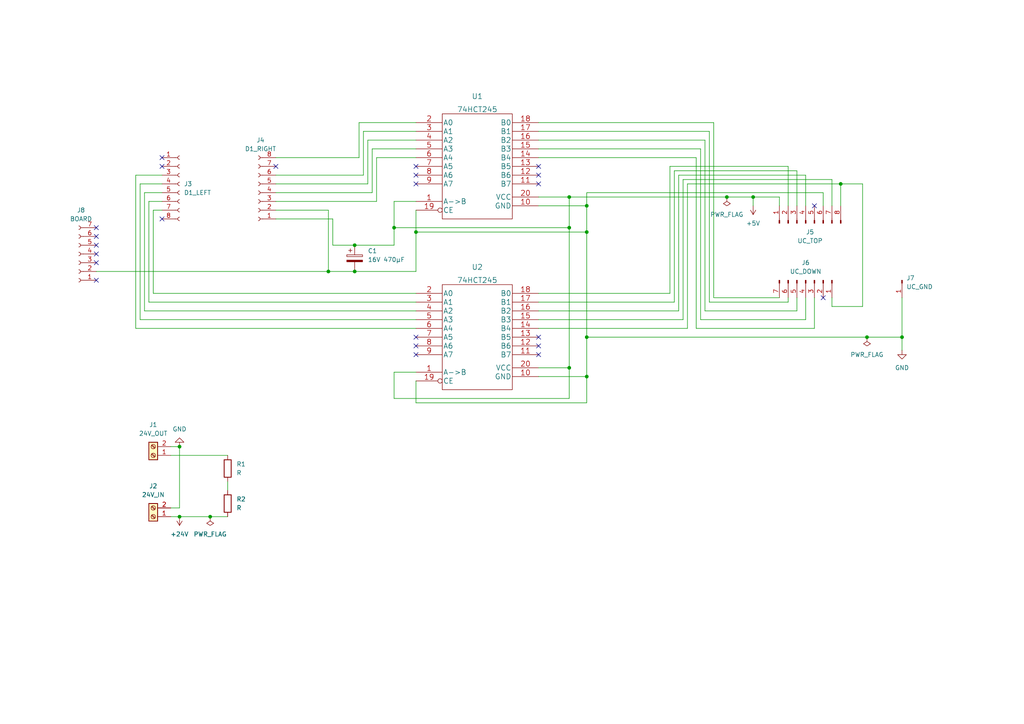
<source format=kicad_sch>
(kicad_sch (version 20211123) (generator eeschema)
  (paper "A4")
  (lib_symbols
    (symbol "Connector:Conn_01x01_Male" (pin_names (offset 1.016) hide)
      (property "Reference" "J" (at 0 2.54 0))
      (property "Value" "Conn_01x01_Male" (at 0 -2.54 0))
      (symbol "Conn_01x01_Male_1_1"
        (polyline (pts (xy 1.27 0) (xy 0.8636 0)) (stroke (width 0.1524)))
        (rectangle (start 0.8636 0.127) (end 0 -0.127) (stroke (width 0.1524)) (fill (type outline)))
        (pin passive line (at 5.08 0 180) (length 3.81) (name "Pin_1") (number "1"))
      )
    )
    (symbol "Connector:Conn_01x07_Female" (pin_names (offset 1.016) hide)
      (property "Reference" "J" (at 0 10.16 0))
      (property "Value" "Conn_01x07_Female" (at 0 -10.16 0))
      (symbol "Conn_01x07_Female_1_1"
        (arc (start 0 -7.112) (mid -0.508 -7.62) (end 0 -8.128) (stroke (width 0.1524)))
        (arc (start 0 -4.572) (mid -0.508 -5.08) (end 0 -5.588) (stroke (width 0.1524)))
        (arc (start 0 -2.032) (mid -0.508 -2.54) (end 0 -3.048) (stroke (width 0.1524)))
        (polyline (pts (xy -1.27 -7.62) (xy -0.508 -7.62)) (stroke (width 0.1524)))
        (polyline (pts (xy -1.27 -5.08) (xy -0.508 -5.08)) (stroke (width 0.1524)))
        (polyline (pts (xy -1.27 -2.54) (xy -0.508 -2.54)) (stroke (width 0.1524)))
        (polyline (pts (xy -1.27 0) (xy -0.508 0)) (stroke (width 0.1524)))
        (polyline (pts (xy -1.27 2.54) (xy -0.508 2.54)) (stroke (width 0.1524)))
        (polyline (pts (xy -1.27 5.08) (xy -0.508 5.08)) (stroke (width 0.1524)))
        (polyline (pts (xy -1.27 7.62) (xy -0.508 7.62)) (stroke (width 0.1524)))
        (arc (start 0 0.508) (mid -0.508 0) (end 0 -0.508) (stroke (width 0.1524)))
        (arc (start 0 3.048) (mid -0.508 2.54) (end 0 2.032) (stroke (width 0.1524)))
        (arc (start 0 5.588) (mid -0.508 5.08) (end 0 4.572) (stroke (width 0.1524)))
        (arc (start 0 8.128) (mid -0.508 7.62) (end 0 7.112) (stroke (width 0.1524)))
        (pin passive line (at -5.08 7.62 0) (length 3.81) (name "Pin_1") (number "1"))
        (pin passive line (at -5.08 5.08 0) (length 3.81) (name "Pin_2") (number "2"))
        (pin passive line (at -5.08 2.54 0) (length 3.81) (name "Pin_3") (number "3"))
        (pin passive line (at -5.08 0 0) (length 3.81) (name "Pin_4") (number "4"))
        (pin passive line (at -5.08 -2.54 0) (length 3.81) (name "Pin_5") (number "5"))
        (pin passive line (at -5.08 -5.08 0) (length 3.81) (name "Pin_6") (number "6"))
        (pin passive line (at -5.08 -7.62 0) (length 3.81) (name "Pin_7") (number "7"))
      )
    )
    (symbol "Connector:Conn_01x07_Male" (pin_names (offset 1.016) hide)
      (property "Reference" "J" (at 0 10.16 0))
      (property "Value" "Conn_01x07_Male" (at 0 -10.16 0))
      (symbol "Conn_01x07_Male_1_1"
        (polyline (pts (xy 1.27 -7.62) (xy 0.8636 -7.62)) (stroke (width 0.1524)))
        (polyline (pts (xy 1.27 -5.08) (xy 0.8636 -5.08)) (stroke (width 0.1524)))
        (polyline (pts (xy 1.27 -2.54) (xy 0.8636 -2.54)) (stroke (width 0.1524)))
        (polyline (pts (xy 1.27 0) (xy 0.8636 0)) (stroke (width 0.1524)))
        (polyline (pts (xy 1.27 2.54) (xy 0.8636 2.54)) (stroke (width 0.1524)))
        (polyline (pts (xy 1.27 5.08) (xy 0.8636 5.08)) (stroke (width 0.1524)))
        (polyline (pts (xy 1.27 7.62) (xy 0.8636 7.62)) (stroke (width 0.1524)))
        (rectangle (start 0.8636 -7.493) (end 0 -7.747) (stroke (width 0.1524)) (fill (type outline)))
        (rectangle (start 0.8636 -4.953) (end 0 -5.207) (stroke (width 0.1524)) (fill (type outline)))
        (rectangle (start 0.8636 -2.413) (end 0 -2.667) (stroke (width 0.1524)) (fill (type outline)))
        (rectangle (start 0.8636 0.127) (end 0 -0.127) (stroke (width 0.1524)) (fill (type outline)))
        (rectangle (start 0.8636 2.667) (end 0 2.413) (stroke (width 0.1524)) (fill (type outline)))
        (rectangle (start 0.8636 5.207) (end 0 4.953) (stroke (width 0.1524)) (fill (type outline)))
        (rectangle (start 0.8636 7.747) (end 0 7.493) (stroke (width 0.1524)) (fill (type outline)))
        (pin passive line (at 5.08 7.62 180) (length 3.81) (name "Pin_1") (number "1"))
        (pin passive line (at 5.08 5.08 180) (length 3.81) (name "Pin_2") (number "2"))
        (pin passive line (at 5.08 2.54 180) (length 3.81) (name "Pin_3") (number "3"))
        (pin passive line (at 5.08 0 180) (length 3.81) (name "Pin_4") (number "4"))
        (pin passive line (at 5.08 -2.54 180) (length 3.81) (name "Pin_5") (number "5"))
        (pin passive line (at 5.08 -5.08 180) (length 3.81) (name "Pin_6") (number "6"))
        (pin passive line (at 5.08 -7.62 180) (length 3.81) (name "Pin_7") (number "7"))
      )
    )
    (symbol "Connector:Conn_01x08_Female" (pin_names (offset 1.016) hide)
      (property "Reference" "J" (at 0 10.16 0))
      (property "Value" "Conn_01x08_Female" (at 0 -12.7 0))
      (symbol "Conn_01x08_Female_1_1"
        (arc (start 0 -9.652) (mid -0.508 -10.16) (end 0 -10.668) (stroke (width 0.1524)))
        (arc (start 0 -7.112) (mid -0.508 -7.62) (end 0 -8.128) (stroke (width 0.1524)))
        (arc (start 0 -4.572) (mid -0.508 -5.08) (end 0 -5.588) (stroke (width 0.1524)))
        (arc (start 0 -2.032) (mid -0.508 -2.54) (end 0 -3.048) (stroke (width 0.1524)))
        (polyline (pts (xy -1.27 -10.16) (xy -0.508 -10.16)) (stroke (width 0.1524)))
        (polyline (pts (xy -1.27 -7.62) (xy -0.508 -7.62)) (stroke (width 0.1524)))
        (polyline (pts (xy -1.27 -5.08) (xy -0.508 -5.08)) (stroke (width 0.1524)))
        (polyline (pts (xy -1.27 -2.54) (xy -0.508 -2.54)) (stroke (width 0.1524)))
        (polyline (pts (xy -1.27 0) (xy -0.508 0)) (stroke (width 0.1524)))
        (polyline (pts (xy -1.27 2.54) (xy -0.508 2.54)) (stroke (width 0.1524)))
        (polyline (pts (xy -1.27 5.08) (xy -0.508 5.08)) (stroke (width 0.1524)))
        (polyline (pts (xy -1.27 7.62) (xy -0.508 7.62)) (stroke (width 0.1524)))
        (arc (start 0 0.508) (mid -0.508 0) (end 0 -0.508) (stroke (width 0.1524)))
        (arc (start 0 3.048) (mid -0.508 2.54) (end 0 2.032) (stroke (width 0.1524)))
        (arc (start 0 5.588) (mid -0.508 5.08) (end 0 4.572) (stroke (width 0.1524)))
        (arc (start 0 8.128) (mid -0.508 7.62) (end 0 7.112) (stroke (width 0.1524)))
        (pin passive line (at -5.08 7.62 0) (length 3.81) (name "Pin_1") (number "1"))
        (pin passive line (at -5.08 5.08 0) (length 3.81) (name "Pin_2") (number "2"))
        (pin passive line (at -5.08 2.54 0) (length 3.81) (name "Pin_3") (number "3"))
        (pin passive line (at -5.08 0 0) (length 3.81) (name "Pin_4") (number "4"))
        (pin passive line (at -5.08 -2.54 0) (length 3.81) (name "Pin_5") (number "5"))
        (pin passive line (at -5.08 -5.08 0) (length 3.81) (name "Pin_6") (number "6"))
        (pin passive line (at -5.08 -7.62 0) (length 3.81) (name "Pin_7") (number "7"))
        (pin passive line (at -5.08 -10.16 0) (length 3.81) (name "Pin_8") (number "8"))
      )
    )
    (symbol "Connector:Conn_01x08_Male" (pin_names (offset 1.016) hide)
      (property "Reference" "J" (at 0 10.16 0))
      (property "Value" "Conn_01x08_Male" (at 0 -12.7 0))
      (symbol "Conn_01x08_Male_1_1"
        (polyline (pts (xy 1.27 -10.16) (xy 0.8636 -10.16)) (stroke (width 0.1524)))
        (polyline (pts (xy 1.27 -7.62) (xy 0.8636 -7.62)) (stroke (width 0.1524)))
        (polyline (pts (xy 1.27 -5.08) (xy 0.8636 -5.08)) (stroke (width 0.1524)))
        (polyline (pts (xy 1.27 -2.54) (xy 0.8636 -2.54)) (stroke (width 0.1524)))
        (polyline (pts (xy 1.27 0) (xy 0.8636 0)) (stroke (width 0.1524)))
        (polyline (pts (xy 1.27 2.54) (xy 0.8636 2.54)) (stroke (width 0.1524)))
        (polyline (pts (xy 1.27 5.08) (xy 0.8636 5.08)) (stroke (width 0.1524)))
        (polyline (pts (xy 1.27 7.62) (xy 0.8636 7.62)) (stroke (width 0.1524)))
        (rectangle (start 0.8636 -10.033) (end 0 -10.287) (stroke (width 0.1524)) (fill (type outline)))
        (rectangle (start 0.8636 -7.493) (end 0 -7.747) (stroke (width 0.1524)) (fill (type outline)))
        (rectangle (start 0.8636 -4.953) (end 0 -5.207) (stroke (width 0.1524)) (fill (type outline)))
        (rectangle (start 0.8636 -2.413) (end 0 -2.667) (stroke (width 0.1524)) (fill (type outline)))
        (rectangle (start 0.8636 0.127) (end 0 -0.127) (stroke (width 0.1524)) (fill (type outline)))
        (rectangle (start 0.8636 2.667) (end 0 2.413) (stroke (width 0.1524)) (fill (type outline)))
        (rectangle (start 0.8636 5.207) (end 0 4.953) (stroke (width 0.1524)) (fill (type outline)))
        (rectangle (start 0.8636 7.747) (end 0 7.493) (stroke (width 0.1524)) (fill (type outline)))
        (pin passive line (at 5.08 7.62 180) (length 3.81) (name "Pin_1") (number "1"))
        (pin passive line (at 5.08 5.08 180) (length 3.81) (name "Pin_2") (number "2"))
        (pin passive line (at 5.08 2.54 180) (length 3.81) (name "Pin_3") (number "3"))
        (pin passive line (at 5.08 0 180) (length 3.81) (name "Pin_4") (number "4"))
        (pin passive line (at 5.08 -2.54 180) (length 3.81) (name "Pin_5") (number "5"))
        (pin passive line (at 5.08 -5.08 180) (length 3.81) (name "Pin_6") (number "6"))
        (pin passive line (at 5.08 -7.62 180) (length 3.81) (name "Pin_7") (number "7"))
        (pin passive line (at 5.08 -10.16 180) (length 3.81) (name "Pin_8") (number "8"))
      )
    )
    (symbol "Connector:Screw_Terminal_01x02" (pin_names (offset 1.016) hide)
      (property "Reference" "J" (at 0 2.54 0))
      (property "Value" "Screw_Terminal_01x02" (at 0 -5.08 0))
      (symbol "Screw_Terminal_01x02_1_1"
        (rectangle (start -1.27 1.27) (end 1.27 -3.81) (stroke (width 0.254)) (fill (type background)))
        (circle (center 0 -2.54) (radius 0.635) (stroke (width 0.1524)))
        (polyline (pts (xy -0.5334 -2.2098) (xy 0.3302 -3.048)) (stroke (width 0.1524)))
        (polyline (pts (xy -0.5334 0.3302) (xy 0.3302 -0.508)) (stroke (width 0.1524)))
        (polyline (pts (xy -0.3556 -2.032) (xy 0.508 -2.8702)) (stroke (width 0.1524)))
        (polyline (pts (xy -0.3556 0.508) (xy 0.508 -0.3302)) (stroke (width 0.1524)))
        (circle (center 0 0) (radius 0.635) (stroke (width 0.1524)))
        (pin passive line (at -5.08 0 0) (length 3.81) (name "Pin_1") (number "1"))
        (pin passive line (at -5.08 -2.54 0) (length 3.81) (name "Pin_2") (number "2"))
      )
    )
    (symbol "Device:C_Polarized" (pin_numbers hide) (pin_names (offset 0.254))
      (property "Reference" "C" (at 0.635 2.54 0))
      (property "Value" "C_Polarized" (at 0.635 -2.54 0))
      (symbol "C_Polarized_0_1"
        (rectangle (start -2.286 0.508) (end 2.286 1.016))
        (polyline (pts (xy -1.778 2.286) (xy -0.762 2.286)))
        (polyline (pts (xy -1.27 2.794) (xy -1.27 1.778)))
        (rectangle (start 2.286 -0.508) (end -2.286 -1.016) (fill (type outline)))
      )
      (symbol "C_Polarized_1_1"
        (pin passive line (at 0 3.81 270) (length 2.794) (name "~") (number "1"))
        (pin passive line (at 0 -3.81 90) (length 2.794) (name "~") (number "2"))
      )
    )
    (symbol "Device:R" (pin_numbers hide) (pin_names (offset 0))
      (property "Reference" "R" (at 2.032 0 90))
      (property "Value" "R" (at 0 0 90))
      (symbol "R_0_1"
        (rectangle (start -1.016 -2.54) (end 1.016 2.54) (stroke (width 0.254)))
      )
      (symbol "R_1_1"
        (pin passive line (at 0 3.81 270) (length 1.27) (name "~") (number "1"))
        (pin passive line (at 0 -3.81 90) (length 1.27) (name "~") (number "2"))
      )
    )
    (symbol "nalx-custom:74HCT245" (pin_names (offset 0.254))
      (property "Reference" "U" (at 0 12.7 0))
      (property "Value" "74HCT245" (at 0 0 90))
      (symbol "74HCT245_0_0"
        (pin power_in line (at 17.78 -11.43 180) (length 7.62) (name "GND") (number "10"))
        (pin power_in line (at 17.78 -8.89 180) (length 7.62) (name "VCC") (number "20"))
      )
      (symbol "74HCT245_0_1"
        (rectangle (start -10.16 15.24) (end 10.16 -15.24))
      )
      (symbol "74HCT245_1_1"
        (pin input line (at -17.78 -10.16 0) (length 7.62) (name "A->B") (number "1"))
        (pin tri_state line (at 17.78 -5.08 180) (length 7.62) (name "B7") (number "11"))
        (pin tri_state line (at 17.78 -2.54 180) (length 7.62) (name "B6") (number "12"))
        (pin tri_state line (at 17.78 0 180) (length 7.62) (name "B5") (number "13"))
        (pin tri_state line (at 17.78 2.54 180) (length 7.62) (name "B4") (number "14"))
        (pin tri_state line (at 17.78 5.08 180) (length 7.62) (name "B3") (number "15"))
        (pin tri_state line (at 17.78 7.62 180) (length 7.62) (name "B2") (number "16"))
        (pin tri_state line (at 17.78 10.16 180) (length 7.62) (name "B1") (number "17"))
        (pin tri_state line (at 17.78 12.7 180) (length 7.62) (name "B0") (number "18"))
        (pin input inverted (at -17.78 -12.7 0) (length 7.62) (name "CE") (number "19"))
        (pin tri_state line (at -17.78 12.7 0) (length 7.62) (name "A0") (number "2"))
        (pin tri_state line (at -17.78 10.16 0) (length 7.62) (name "A1") (number "3"))
        (pin tri_state line (at -17.78 7.62 0) (length 7.62) (name "A2") (number "4"))
        (pin tri_state line (at -17.78 5.08 0) (length 7.62) (name "A3") (number "5"))
        (pin tri_state line (at -17.78 2.54 0) (length 7.62) (name "A4") (number "6"))
        (pin tri_state line (at -17.78 0 0) (length 7.62) (name "A5") (number "7"))
        (pin tri_state line (at -17.78 -2.54 0) (length 7.62) (name "A6") (number "8"))
        (pin tri_state line (at -17.78 -5.08 0) (length 7.62) (name "A7") (number "9"))
      )
    )
    (symbol "power:+24V" (power) (pin_names (offset 0))
      (property "Value" "+24V" (at 0 3.556 0))
      (symbol "+24V_0_1"
        (polyline (pts (xy -0.762 1.27) (xy 0 2.54)))
        (polyline (pts (xy 0 0) (xy 0 2.54)))
        (polyline (pts (xy 0 2.54) (xy 0.762 1.27)))
      )
      (symbol "+24V_1_1"
        (pin power_in line (at 0 0 90) (length 0) hide (name "+24V") (number "1"))
      )
    )
    (symbol "power:+5V" (power) (pin_names (offset 0))
      (property "Value" "+5V" (at 0 3.556 0))
      (symbol "+5V_0_1"
        (polyline (pts (xy -0.762 1.27) (xy 0 2.54)))
        (polyline (pts (xy 0 0) (xy 0 2.54)))
        (polyline (pts (xy 0 2.54) (xy 0.762 1.27)))
      )
      (symbol "+5V_1_1"
        (pin power_in line (at 0 0 90) (length 0) hide (name "+5V") (number "1"))
      )
    )
    (symbol "power:GND" (power) (pin_names (offset 0))
      (property "Value" "GND" (at 0 -3.81 0))
      (symbol "GND_0_1"
        (polyline (pts (xy 0 0) (xy 0 -1.27) (xy 1.27 -1.27) (xy 0 -2.54) (xy -1.27 -1.27) (xy 0 -1.27)))
      )
      (symbol "GND_1_1"
        (pin power_in line (at 0 0 270) (length 0) hide (name "GND") (number "1"))
      )
    )
    (symbol "power:PWR_FLAG" (power) (pin_numbers hide) (pin_names (offset 0) hide)
      (property "Value" "PWR_FLAG" (at 0 3.81 0))
      (symbol "PWR_FLAG_0_0"
        (pin power_out line (at 0 0 90) (length 0) (name "pwr") (number "1"))
      )
      (symbol "PWR_FLAG_0_1"
        (polyline (pts (xy 0 0) (xy 0 1.27) (xy -1.016 1.905) (xy 0 2.54) (xy 1.016 1.905) (xy 0 1.27)))
      )
    )
  )
  (junction (at 170.18 59.69))
  (junction (at 52.07 149.86))
  (junction (at 165.1 106.68))
  (junction (at 261.62 97.79))
  (junction (at 170.18 67.31))
  (junction (at 102.87 71.12))
  (junction (at 218.44 57.15))
  (junction (at 120.65 67.31))
  (junction (at 95.25 78.74))
  (junction (at 165.1 57.15))
  (junction (at 243.84 53.34))
  (junction (at 251.46 97.79))
  (junction (at 114.3 66.04))
  (junction (at 102.87 78.74))
  (junction (at 60.96 149.86))
  (junction (at 165.1 66.04))
  (junction (at 170.18 97.79))
  (junction (at 170.18 109.22))
  (junction (at 210.82 57.15))
  (junction (at 52.07 129.54))
  (no_connect (at 120.65 102.87))
  (no_connect (at 120.65 100.33))
  (no_connect (at 120.65 97.79))
  (no_connect (at 156.21 97.79))
  (no_connect (at 156.21 100.33))
  (no_connect (at 156.21 102.87))
  (no_connect (at 120.65 53.34))
  (no_connect (at 120.65 50.8))
  (no_connect (at 120.65 48.26))
  (no_connect (at 156.21 53.34))
  (no_connect (at 156.21 48.26))
  (no_connect (at 156.21 50.8))
  (no_connect (at 80.01 48.26))
  (no_connect (at 46.99 48.26))
  (no_connect (at 46.99 45.72))
  (no_connect (at 46.99 63.5))
  (no_connect (at 238.76 86.36))
  (no_connect (at 236.22 59.69))
  (no_connect (at 27.94 66.04))
  (no_connect (at 27.94 68.58))
  (no_connect (at 27.94 71.12))
  (no_connect (at 27.94 73.66))
  (no_connect (at 27.94 76.2))
  (no_connect (at 27.94 81.28))
  (wire (pts (xy 243.84 59.69) (xy 243.84 53.34)))
  (wire (pts (xy 80.01 58.42) (xy 109.22 58.42)))
  (wire (pts (xy 43.18 87.63) (xy 120.65 87.63)))
  (wire (pts (xy 120.65 67.31) (xy 170.18 67.31)))
  (wire (pts (xy 120.65 107.95) (xy 114.3 107.95)))
  (wire (pts (xy 261.62 86.36) (xy 261.62 97.79)))
  (wire (pts (xy 49.53 149.86) (xy 52.07 149.86)))
  (wire (pts (xy 194.31 85.09) (xy 194.31 48.26)))
  (wire (pts (xy 105.41 38.1) (xy 105.41 50.8)))
  (wire (pts (xy 156.21 87.63) (xy 195.58 87.63)))
  (wire (pts (xy 95.25 78.74) (xy 102.87 78.74)))
  (wire (pts (xy 207.01 86.36) (xy 207.01 35.56)))
  (wire (pts (xy 201.93 45.72) (xy 156.21 45.72)))
  (wire (pts (xy 114.3 58.42) (xy 114.3 66.04)))
  (wire (pts (xy 241.3 59.69) (xy 241.3 52.07)))
  (wire (pts (xy 170.18 55.88) (xy 170.18 59.69)))
  (wire (pts (xy 156.21 43.18) (xy 203.2 43.18)))
  (wire (pts (xy 194.31 48.26) (xy 228.6 48.26)))
  (wire (pts (xy 39.37 95.25) (xy 120.65 95.25)))
  (wire (pts (xy 107.95 43.18) (xy 107.95 55.88)))
  (wire (pts (xy 106.68 40.64) (xy 120.65 40.64)))
  (wire (pts (xy 165.1 57.15) (xy 210.82 57.15)))
  (wire (pts (xy 44.45 60.96) (xy 46.99 60.96)))
  (wire (pts (xy 43.18 87.63) (xy 43.18 58.42)))
  (wire (pts (xy 231.14 90.17) (xy 204.47 90.17)))
  (wire (pts (xy 196.85 50.8) (xy 233.68 50.8)))
  (wire (pts (xy 106.68 40.64) (xy 106.68 53.34)))
  (wire (pts (xy 114.3 66.04) (xy 165.1 66.04)))
  (wire (pts (xy 241.3 88.9) (xy 250.19 88.9)))
  (wire (pts (xy 170.18 116.84) (xy 170.18 109.22)))
  (wire (pts (xy 27.94 78.74) (xy 95.25 78.74)))
  (wire (pts (xy 52.07 149.86) (xy 60.96 149.86)))
  (wire (pts (xy 236.22 95.25) (xy 201.93 95.25)))
  (wire (pts (xy 106.68 53.34) (xy 80.01 53.34)))
  (wire (pts (xy 156.21 109.22) (xy 170.18 109.22)))
  (wire (pts (xy 207.01 35.56) (xy 156.21 35.56)))
  (wire (pts (xy 205.74 38.1) (xy 156.21 38.1)))
  (wire (pts (xy 104.14 35.56) (xy 104.14 45.72)))
  (wire (pts (xy 102.87 71.12) (xy 114.3 71.12)))
  (wire (pts (xy 120.65 116.84) (xy 170.18 116.84)))
  (wire (pts (xy 156.21 57.15) (xy 165.1 57.15)))
  (wire (pts (xy 107.95 43.18) (xy 120.65 43.18)))
  (wire (pts (xy 204.47 40.64) (xy 156.21 40.64)))
  (wire (pts (xy 40.64 92.71) (xy 120.65 92.71)))
  (wire (pts (xy 261.62 97.79) (xy 261.62 101.6)))
  (wire (pts (xy 218.44 57.15) (xy 218.44 59.69)))
  (wire (pts (xy 205.74 87.63) (xy 205.74 38.1)))
  (wire (pts (xy 40.64 53.34) (xy 46.99 53.34)))
  (wire (pts (xy 156.21 95.25) (xy 199.39 95.25)))
  (wire (pts (xy 250.19 88.9) (xy 250.19 53.34)))
  (wire (pts (xy 226.06 57.15) (xy 226.06 59.69)))
  (wire (pts (xy 218.44 57.15) (xy 226.06 57.15)))
  (wire (pts (xy 261.62 97.79) (xy 251.46 97.79)))
  (wire (pts (xy 49.53 132.08) (xy 66.04 132.08)))
  (wire (pts (xy 233.68 92.71) (xy 203.2 92.71)))
  (wire (pts (xy 165.1 115.57) (xy 165.1 106.68)))
  (wire (pts (xy 41.91 55.88) (xy 46.99 55.88)))
  (wire (pts (xy 95.25 60.96) (xy 95.25 78.74)))
  (wire (pts (xy 236.22 86.36) (xy 236.22 95.25)))
  (wire (pts (xy 156.21 92.71) (xy 198.12 92.71)))
  (wire (pts (xy 41.91 90.17) (xy 120.65 90.17)))
  (wire (pts (xy 52.07 147.32) (xy 52.07 129.54)))
  (wire (pts (xy 251.46 97.79) (xy 170.18 97.79)))
  (wire (pts (xy 39.37 95.25) (xy 39.37 50.8)))
  (wire (pts (xy 120.65 45.72) (xy 109.22 45.72)))
  (wire (pts (xy 49.53 147.32) (xy 52.07 147.32)))
  (wire (pts (xy 170.18 67.31) (xy 170.18 59.69)))
  (wire (pts (xy 60.96 149.86) (xy 66.04 149.86)))
  (wire (pts (xy 233.68 59.69) (xy 233.68 50.8)))
  (wire (pts (xy 195.58 49.53) (xy 195.58 87.63)))
  (wire (pts (xy 41.91 90.17) (xy 41.91 55.88)))
  (wire (pts (xy 231.14 59.69) (xy 231.14 49.53)))
  (wire (pts (xy 238.76 59.69) (xy 238.76 55.88)))
  (wire (pts (xy 52.07 129.54) (xy 49.53 129.54)))
  (wire (pts (xy 66.04 139.7) (xy 66.04 142.24)))
  (wire (pts (xy 39.37 50.8) (xy 46.99 50.8)))
  (wire (pts (xy 44.45 85.09) (xy 120.65 85.09)))
  (wire (pts (xy 43.18 58.42) (xy 46.99 58.42)))
  (wire (pts (xy 165.1 66.04) (xy 165.1 57.15)))
  (wire (pts (xy 80.01 55.88) (xy 107.95 55.88)))
  (wire (pts (xy 96.52 71.12) (xy 102.87 71.12)))
  (wire (pts (xy 231.14 86.36) (xy 231.14 90.17)))
  (wire (pts (xy 170.18 109.22) (xy 170.18 97.79)))
  (wire (pts (xy 80.01 45.72) (xy 104.14 45.72)))
  (wire (pts (xy 105.41 50.8) (xy 80.01 50.8)))
  (wire (pts (xy 40.64 92.71) (xy 40.64 53.34)))
  (wire (pts (xy 120.65 58.42) (xy 114.3 58.42)))
  (wire (pts (xy 198.12 92.71) (xy 198.12 52.07)))
  (wire (pts (xy 114.3 107.95) (xy 114.3 115.57)))
  (wire (pts (xy 80.01 63.5) (xy 96.52 63.5)))
  (wire (pts (xy 80.01 60.96) (xy 95.25 60.96)))
  (wire (pts (xy 156.21 90.17) (xy 196.85 90.17)))
  (wire (pts (xy 199.39 53.34) (xy 243.84 53.34)))
  (wire (pts (xy 120.65 60.96) (xy 120.65 67.31)))
  (wire (pts (xy 170.18 97.79) (xy 170.18 67.31)))
  (wire (pts (xy 114.3 115.57) (xy 165.1 115.57)))
  (wire (pts (xy 201.93 95.25) (xy 201.93 45.72)))
  (wire (pts (xy 102.87 78.74) (xy 120.65 78.74)))
  (wire (pts (xy 203.2 92.71) (xy 203.2 43.18)))
  (wire (pts (xy 228.6 87.63) (xy 205.74 87.63)))
  (wire (pts (xy 120.65 78.74) (xy 120.65 67.31)))
  (wire (pts (xy 104.14 35.56) (xy 120.65 35.56)))
  (wire (pts (xy 210.82 57.15) (xy 218.44 57.15)))
  (wire (pts (xy 241.3 86.36) (xy 241.3 88.9)))
  (wire (pts (xy 44.45 85.09) (xy 44.45 60.96)))
  (wire (pts (xy 195.58 49.53) (xy 231.14 49.53)))
  (wire (pts (xy 114.3 71.12) (xy 114.3 66.04)))
  (wire (pts (xy 228.6 59.69) (xy 228.6 48.26)))
  (wire (pts (xy 156.21 106.68) (xy 165.1 106.68)))
  (wire (pts (xy 170.18 59.69) (xy 156.21 59.69)))
  (wire (pts (xy 105.41 38.1) (xy 120.65 38.1)))
  (wire (pts (xy 199.39 53.34) (xy 199.39 95.25)))
  (wire (pts (xy 198.12 52.07) (xy 241.3 52.07)))
  (wire (pts (xy 228.6 86.36) (xy 228.6 87.63)))
  (wire (pts (xy 165.1 106.68) (xy 165.1 66.04)))
  (wire (pts (xy 109.22 45.72) (xy 109.22 58.42)))
  (wire (pts (xy 156.21 85.09) (xy 194.31 85.09)))
  (wire (pts (xy 250.19 53.34) (xy 243.84 53.34)))
  (wire (pts (xy 196.85 90.17) (xy 196.85 50.8)))
  (wire (pts (xy 226.06 86.36) (xy 207.01 86.36)))
  (wire (pts (xy 238.76 55.88) (xy 170.18 55.88)))
  (wire (pts (xy 233.68 86.36) (xy 233.68 92.71)))
  (wire (pts (xy 96.52 63.5) (xy 96.52 71.12)))
  (wire (pts (xy 204.47 90.17) (xy 204.47 40.64)))
  (wire (pts (xy 120.65 110.49) (xy 120.65 116.84)))
  (symbol (lib_id "Connector:Conn_01x07_Male") (at 233.68 81.28 270) (unit 1)
    (property "Reference" "J6" (at 233.68 76.2 90))
    (property "Value" "UC_DOWN" (at 233.68 78.74 90))
    (property "Footprint" "Connector_PinHeader_2.54mm:PinHeader_1x07_P2.54mm_Vertical" (effects hide))
  )
  (symbol (lib_id "Connector:Conn_01x07_Female") (at 22.86 73.66 180) (unit 1)
    (property "Reference" "J8" (at 23.495 60.96 0))
    (property "Value" "BOARD" (at 23.495 63.5 0))
    (property "Footprint" "Connector_PinSocket_2.54mm:PinSocket_1x07_P2.54mm_Vertical" (effects hide))
  )
  (symbol (lib_id "power:GND") (at 261.62 101.6 0) (unit 1)
    (property "Reference" "#PWR04" (effects hide))
    (property "Value" "GND" (at 261.62 106.68 0))
  )
  (symbol (lib_id "power:GND") (at 52.07 129.54 180) (unit 1)
    (property "Reference" "#PWR01" (effects hide))
    (property "Value" "GND" (at 52.07 124.46 0))
  )
  (symbol (lib_id "Device:R") (at 66.04 146.05 180) (unit 1)
    (property "Reference" "R2" (at 68.58 144.7799 0) (effects (justify right)))
    (property "Value" "R" (at 68.58 147.3199 0) (effects (justify right)))
    (property "Footprint" "Resistor_THT:R_Axial_DIN0207_L6.3mm_D2.5mm_P10.16mm_Horizontal" (effects hide))
  )
  (symbol (lib_id "nalx-custom:74HCT245") (at 138.43 48.26 0) (unit 1)
    (property "Reference" "U1" (at 138.43 27.94 0) (effects (font (size 1.524 1.524))))
    (property "Value" "74HCT245" (at 138.43 31.75 0) (effects (font (size 1.524 1.524))))
    (property "Footprint" "Package_DIP:DIP-20_W7.62mm" (effects hide))
  )
  (symbol (lib_id "power:+5V") (at 218.44 59.69 180) (unit 1)
    (property "Reference" "#PWR03" (effects hide))
    (property "Value" "+5V" (at 218.44 64.77 0))
  )
  (symbol (lib_id "power:+24V") (at 52.07 149.86 180) (unit 1)
    (property "Reference" "#PWR02" (effects hide))
    (property "Value" "+24V" (at 52.07 154.94 0))
  )
  (symbol (lib_id "power:PWR_FLAG") (at 60.96 149.86 180) (unit 1)
    (property "Reference" "#FLG03" (effects hide))
    (property "Value" "PWR_FLAG" (at 60.96 154.94 0))
  )
  (symbol (lib_id "Device:R") (at 66.04 135.89 180) (unit 1)
    (property "Reference" "R1" (at 68.58 134.6199 0) (effects (justify right)))
    (property "Value" "R" (at 68.58 137.1599 0) (effects (justify right)))
    (property "Footprint" "Resistor_THT:R_Axial_DIN0207_L6.3mm_D2.5mm_P10.16mm_Horizontal" (effects hide))
  )
  (symbol (lib_id "Connector:Screw_Terminal_01x02") (at 44.45 132.08 180) (unit 1)
    (property "Reference" "J1" (at 44.45 123.19 0))
    (property "Value" "24V_OUT" (at 44.45 125.73 0))
    (property "Footprint" "TerminalBlock_MetzConnect:TerminalBlock_MetzConnect_Type101_RT01602HBWC_1x02_P5.08mm_Horizontal" (effects hide))
  )
  (symbol (lib_id "Connector:Conn_01x01_Male") (at 261.62 81.28 270) (unit 1)
    (property "Reference" "J7" (at 262.89 80.6449 90) (effects (justify left)))
    (property "Value" "UC_GND" (at 262.89 83.1849 90) (effects (justify left)))
    (property "Footprint" "Connector_PinHeader_2.54mm:PinHeader_1x01_P2.54mm_Vertical" (effects hide))
  )
  (symbol (lib_id "power:PWR_FLAG") (at 210.82 57.15 180) (unit 1)
    (property "Reference" "#FLG01" (effects hide))
    (property "Value" "PWR_FLAG" (at 210.82 62.23 0))
  )
  (symbol (lib_id "Connector:Screw_Terminal_01x02") (at 44.45 149.86 180) (unit 1)
    (property "Reference" "J2" (at 44.45 140.97 0))
    (property "Value" "24V_IN" (at 44.45 143.51 0))
    (property "Footprint" "TerminalBlock_MetzConnect:TerminalBlock_MetzConnect_Type101_RT01602HBWC_1x02_P5.08mm_Horizontal" (effects hide))
  )
  (symbol (lib_id "power:PWR_FLAG") (at 251.46 97.79 180) (unit 1)
    (property "Reference" "#FLG02" (effects hide))
    (property "Value" "PWR_FLAG" (at 251.46 102.87 0))
  )
  (symbol (lib_id "Connector:Conn_01x08_Male") (at 233.68 64.77 90) (unit 1)
    (property "Reference" "J5" (at 234.95 67.31 90))
    (property "Value" "UC_TOP" (at 234.95 69.85 90))
    (property "Footprint" "Connector_PinHeader_2.54mm:PinHeader_1x08_P2.54mm_Vertical" (effects hide))
  )
  (symbol (lib_id "Connector:Conn_01x08_Female") (at 52.07 53.34 0) (unit 1)
    (property "Reference" "J3" (at 53.34 53.3399 0) (effects (justify left)))
    (property "Value" "D1_LEFT" (at 53.34 55.8799 0) (effects (justify left)))
    (property "Footprint" "Connector_PinSocket_2.54mm:PinSocket_1x08_P2.54mm_Vertical" (effects hide))
  )
  (symbol (lib_id "Connector:Conn_01x08_Female") (at 74.93 55.88 180) (unit 1)
    (property "Reference" "J4" (at 75.565 40.64 0))
    (property "Value" "D1_RIGHT" (at 75.565 43.18 0))
    (property "Footprint" "Connector_PinSocket_2.54mm:PinSocket_1x08_P2.54mm_Vertical" (effects hide))
  )
  (symbol (lib_id "nalx-custom:74HCT245") (at 138.43 97.79 0) (unit 1)
    (property "Reference" "U2" (at 138.43 77.47 0) (effects (font (size 1.524 1.524))))
    (property "Value" "74HCT245" (at 138.43 81.28 0) (effects (font (size 1.524 1.524))))
    (property "Footprint" "Package_DIP:DIP-20_W7.62mm" (effects hide))
  )
  (symbol (lib_id "Device:C_Polarized") (at 102.87 74.93 0) (unit 1)
    (property "Reference" "C1" (at 106.68 72.7709 0) (effects (justify left)))
    (property "Value" "16V 470µF" (at 106.68 75.3109 0) (effects (justify left)))
    (property "Footprint" "Capacitor_THT:CP_Radial_D10.0mm_P5.00mm" (effects hide))
  )
)
</source>
